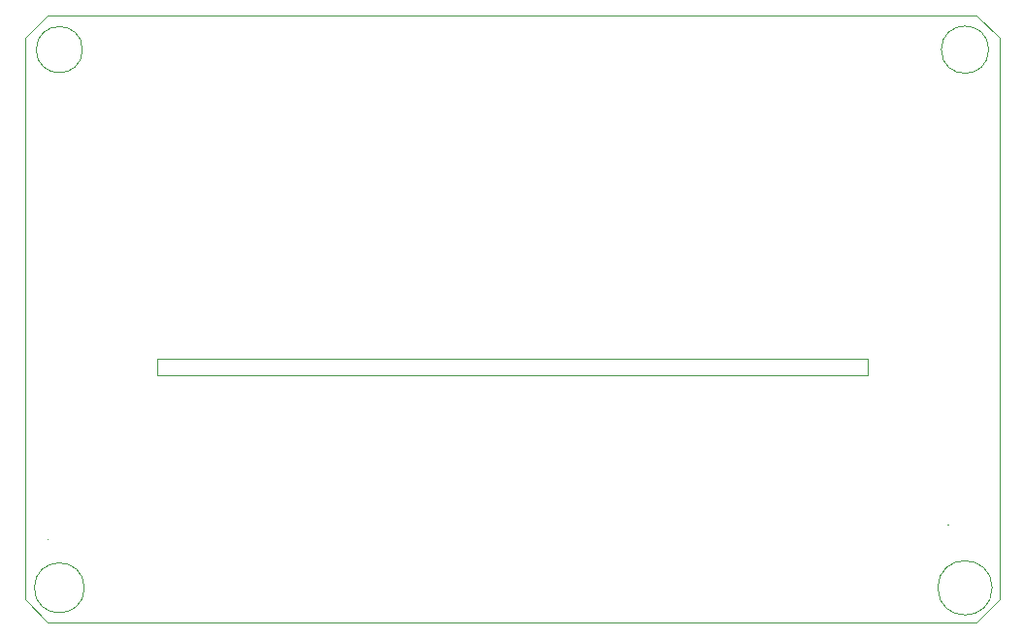
<source format=gbr>
G04 (created by PCBNEW (2013-07-07 BZR 4022)-stable) date 21/05/2014 18:52:46*
%MOIN*%
G04 Gerber Fmt 3.4, Leading zero omitted, Abs format*
%FSLAX34Y34*%
G01*
G70*
G90*
G04 APERTURE LIST*
%ADD10C,0.00590551*%
%ADD11C,0.00393701*%
G04 APERTURE END LIST*
G54D10*
G54D11*
X-845Y-1318D02*
G75*
G03X-845Y-1318I0J0D01*
G74*
G01*
X-847Y-1318D02*
X-845Y-1318D01*
X-846Y-1317D02*
X-846Y-1319D01*
X30059Y-826D02*
G75*
G03X30059Y-826I0J0D01*
G74*
G01*
X30058Y-826D02*
X30060Y-826D01*
X30059Y-825D02*
X30059Y-827D01*
X27303Y4897D02*
X27303Y4307D01*
X2893Y4893D02*
X2925Y4893D01*
X2893Y4307D02*
X2893Y4893D01*
X15102Y4307D02*
X2893Y4307D01*
X15102Y4307D02*
X27303Y4307D01*
X15098Y4897D02*
X27303Y4897D01*
X15098Y4897D02*
X2893Y4897D01*
X31463Y15511D02*
G75*
G03X31463Y15511I-813J0D01*
G74*
G01*
X31583Y-2992D02*
G75*
G03X31583Y-2992I-933J0D01*
G74*
G01*
X405Y-2992D02*
G75*
G03X405Y-2992I-858J0D01*
G74*
G01*
X340Y15511D02*
G75*
G03X340Y15511I-793J0D01*
G74*
G01*
X31830Y15905D02*
X31830Y15866D01*
X31043Y16692D02*
X31830Y15905D01*
X31043Y-4173D02*
X31830Y-3385D01*
X-1633Y-3385D02*
X-846Y-4173D01*
X-846Y16692D02*
X-807Y16692D01*
X-1633Y15905D02*
X-846Y16692D01*
X-846Y16692D02*
X31043Y16692D01*
X31830Y-3385D02*
X31830Y15905D01*
X-1633Y-3385D02*
X-1633Y15905D01*
X-846Y-4173D02*
X31043Y-4173D01*
M02*

</source>
